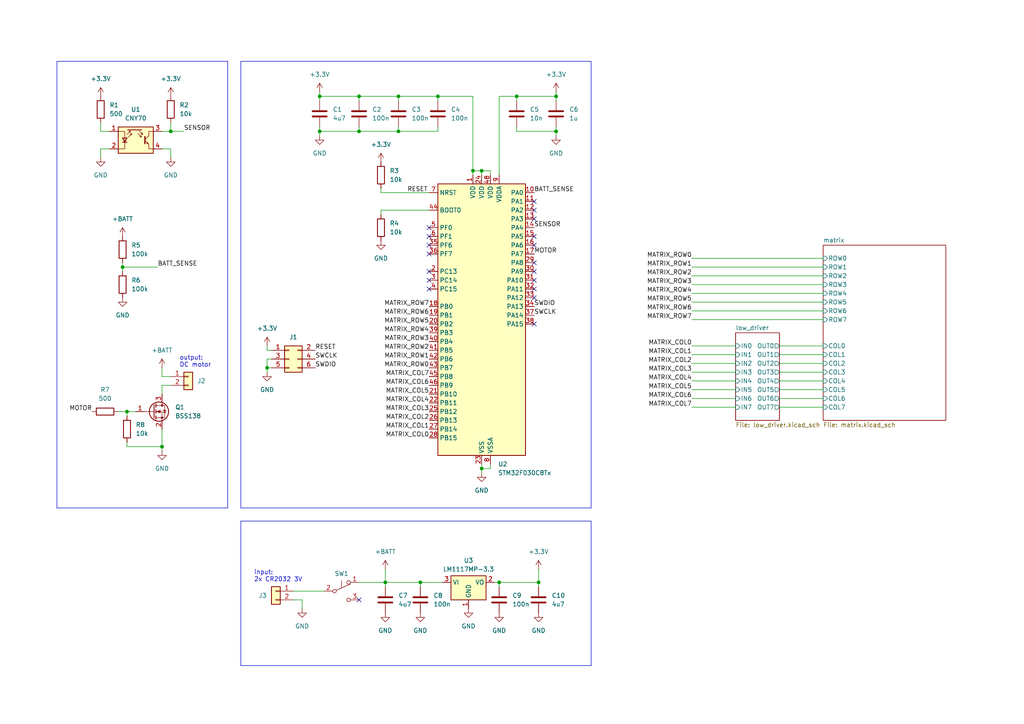
<source format=kicad_sch>
(kicad_sch (version 20230121) (generator eeschema)
  (paper "A4")
  (title_block (title "Volumetric Display") (date "2023-12-18") (rev "V1.0"))
  (lib_symbols
    (symbol "Connector_Generic:Conn_01x02" (pin_names (offset 1.016) hide)
      (property "Reference" "J" (at 0 2.54 0))
      (property "Value" "Conn_01x02" (at 0 -5.08 0))
      (symbol "Conn_01x02_1_1"
        (rectangle (start -1.27 -2.413) (end 0 -2.667) (stroke (width 0.1524)))
        (rectangle (start -1.27 0.127) (end 0 -0.127) (stroke (width 0.1524)))
        (rectangle (start -1.27 1.27) (end 1.27 -3.81) (stroke (width 0.254)) (fill (type background)))
        (pin passive line (at -5.08 0 0) (length 3.81) (name "Pin_1") (number "1"))
        (pin passive line (at -5.08 -2.54 0) (length 3.81) (name "Pin_2") (number "2"))
      )
    )
    (symbol "Connector_Generic:Conn_02x03_Odd_Even" (pin_names (offset 1.016) hide)
      (property "Reference" "J" (at 1.27 5.08 0))
      (property "Value" "Conn_02x03_Odd_Even" (at 1.27 -5.08 0))
      (symbol "Conn_02x03_Odd_Even_1_1"
        (rectangle (start -1.27 -2.413) (end 0 -2.667) (stroke (width 0.1524)))
        (rectangle (start -1.27 0.127) (end 0 -0.127) (stroke (width 0.1524)))
        (rectangle (start -1.27 2.667) (end 0 2.413) (stroke (width 0.1524)))
        (rectangle (start -1.27 3.81) (end 3.81 -3.81) (stroke (width 0.254)) (fill (type background)))
        (rectangle (start 3.81 -2.413) (end 2.54 -2.667) (stroke (width 0.1524)))
        (rectangle (start 3.81 0.127) (end 2.54 -0.127) (stroke (width 0.1524)))
        (rectangle (start 3.81 2.667) (end 2.54 2.413) (stroke (width 0.1524)))
        (pin passive line (at -5.08 2.54 0) (length 3.81) (name "Pin_1") (number "1"))
        (pin passive line (at 7.62 2.54 180) (length 3.81) (name "Pin_2") (number "2"))
        (pin passive line (at -5.08 0 0) (length 3.81) (name "Pin_3") (number "3"))
        (pin passive line (at 7.62 0 180) (length 3.81) (name "Pin_4") (number "4"))
        (pin passive line (at -5.08 -2.54 0) (length 3.81) (name "Pin_5") (number "5"))
        (pin passive line (at 7.62 -2.54 180) (length 3.81) (name "Pin_6") (number "6"))
      )
    )
    (symbol "Device:C" (pin_numbers hide) (pin_names (offset 0.254))
      (property "Reference" "C" (at 0.635 2.54 0))
      (property "Value" "C" (at 0.635 -2.54 0))
      (symbol "C_0_1"
        (polyline (pts (xy -2.032 -0.762) (xy 2.032 -0.762)) (stroke (width 0.508)))
        (polyline (pts (xy -2.032 0.762) (xy 2.032 0.762)) (stroke (width 0.508)))
      )
      (symbol "C_1_1"
        (pin passive line (at 0 3.81 270) (length 2.794) (name "~") (number "1"))
        (pin passive line (at 0 -3.81 90) (length 2.794) (name "~") (number "2"))
      )
    )
    (symbol "Device:R" (pin_numbers hide) (pin_names (offset 0))
      (property "Reference" "R" (at 2.032 0 90))
      (property "Value" "R" (at 0 0 90))
      (symbol "R_0_1"
        (rectangle (start -1.016 -2.54) (end 1.016 2.54) (stroke (width 0.254)))
      )
      (symbol "R_1_1"
        (pin passive line (at 0 3.81 270) (length 1.27) (name "~") (number "1"))
        (pin passive line (at 0 -3.81 90) (length 1.27) (name "~") (number "2"))
      )
    )
    (symbol "MCU_ST_STM32F0:STM32F030C8Tx"
      (property "Reference" "U" (at -12.7 41.91 0))
      (property "Value" "STM32F030C8Tx" (at 7.62 41.91 0))
      (symbol "STM32F030C8Tx_0_1"
        (rectangle (start -12.7 -38.1) (end 12.7 40.64) (stroke (width 0.254)) (fill (type background)))
      )
      (symbol "STM32F030C8Tx_1_1"
        (pin power_in line (at -2.54 43.18 270) (length 2.54) (name "VDD") (number "1"))
        (pin bidirectional line (at 15.24 38.1 180) (length 2.54) (name "PA0") (number "10"))
        (pin bidirectional line (at 15.24 35.56 180) (length 2.54) (name "PA1") (number "11"))
        (pin bidirectional line (at 15.24 33.02 180) (length 2.54) (name "PA2") (number "12"))
        (pin bidirectional line (at 15.24 30.48 180) (length 2.54) (name "PA3") (number "13"))
        (pin bidirectional line (at 15.24 27.94 180) (length 2.54) (name "PA4") (number "14"))
        (pin bidirectional line (at 15.24 25.4 180) (length 2.54) (name "PA5") (number "15"))
        (pin bidirectional line (at 15.24 22.86 180) (length 2.54) (name "PA6") (number "16"))
        (pin bidirectional line (at 15.24 20.32 180) (length 2.54) (name "PA7") (number "17"))
        (pin bidirectional line (at -15.24 5.08 0) (length 2.54) (name "PB0") (number "18"))
        (pin bidirectional line (at -15.24 2.54 0) (length 2.54) (name "PB1") (number "19"))
        (pin bidirectional line (at -15.24 15.24 0) (length 2.54) (name "PC13") (number "2"))
        (pin bidirectional line (at -15.24 0 0) (length 2.54) (name "PB2") (number "20"))
        (pin bidirectional line (at -15.24 -20.32 0) (length 2.54) (name "PB10") (number "21"))
        (pin bidirectional line (at -15.24 -22.86 0) (length 2.54) (name "PB11") (number "22"))
        (pin power_in line (at 0 -40.64 90) (length 2.54) (name "VSS") (number "23"))
        (pin power_in line (at 0 43.18 270) (length 2.54) (name "VDD") (number "24"))
        (pin bidirectional line (at -15.24 -25.4 0) (length 2.54) (name "PB12") (number "25"))
        (pin bidirectional line (at -15.24 -27.94 0) (length 2.54) (name "PB13") (number "26"))
        (pin bidirectional line (at -15.24 -30.48 0) (length 2.54) (name "PB14") (number "27"))
        (pin bidirectional line (at -15.24 -33.02 0) (length 2.54) (name "PB15") (number "28"))
        (pin bidirectional line (at 15.24 17.78 180) (length 2.54) (name "PA8") (number "29"))
        (pin bidirectional line (at -15.24 12.7 0) (length 2.54) (name "PC14") (number "3"))
        (pin bidirectional line (at 15.24 15.24 180) (length 2.54) (name "PA9") (number "30"))
        (pin bidirectional line (at 15.24 12.7 180) (length 2.54) (name "PA10") (number "31"))
        (pin bidirectional line (at 15.24 10.16 180) (length 2.54) (name "PA11") (number "32"))
        (pin bidirectional line (at 15.24 7.62 180) (length 2.54) (name "PA12") (number "33"))
        (pin bidirectional line (at 15.24 5.08 180) (length 2.54) (name "PA13") (number "34"))
        (pin bidirectional line (at -15.24 22.86 0) (length 2.54) (name "PF6") (number "35"))
        (pin bidirectional line (at -15.24 20.32 0) (length 2.54) (name "PF7") (number "36"))
        (pin bidirectional line (at 15.24 2.54 180) (length 2.54) (name "PA14") (number "37"))
        (pin bidirectional line (at 15.24 0 180) (length 2.54) (name "PA15") (number "38"))
        (pin bidirectional line (at -15.24 -2.54 0) (length 2.54) (name "PB3") (number "39"))
        (pin bidirectional line (at -15.24 10.16 0) (length 2.54) (name "PC15") (number "4"))
        (pin bidirectional line (at -15.24 -5.08 0) (length 2.54) (name "PB4") (number "40"))
        (pin bidirectional line (at -15.24 -7.62 0) (length 2.54) (name "PB5") (number "41"))
        (pin bidirectional line (at -15.24 -10.16 0) (length 2.54) (name "PB6") (number "42"))
        (pin bidirectional line (at -15.24 -12.7 0) (length 2.54) (name "PB7") (number "43"))
        (pin input line (at -15.24 33.02 0) (length 2.54) (name "BOOT0") (number "44"))
        (pin bidirectional line (at -15.24 -15.24 0) (length 2.54) (name "PB8") (number "45"))
        (pin bidirectional line (at -15.24 -17.78 0) (length 2.54) (name "PB9") (number "46"))
        (pin passive line (at 0 -40.64 90) (length 2.54) hide (name "VSS") (number "47"))
        (pin power_in line (at 2.54 43.18 270) (length 2.54) (name "VDD") (number "48"))
        (pin bidirectional line (at -15.24 27.94 0) (length 2.54) (name "PF0") (number "5"))
        (pin bidirectional line (at -15.24 25.4 0) (length 2.54) (name "PF1") (number "6"))
        (pin input line (at -15.24 38.1 0) (length 2.54) (name "NRST") (number "7"))
        (pin power_in line (at 2.54 -40.64 90) (length 2.54) (name "VSSA") (number "8"))
        (pin power_in line (at 5.08 43.18 270) (length 2.54) (name "VDDA") (number "9"))
      )
    )
    (symbol "Regulator_Linear:LM1117MP-3.3"
      (property "Reference" "U" (at -3.81 3.175 0))
      (property "Value" "LM1117MP-3.3" (at 0 3.175 0))
      (symbol "LM1117MP-3.3_0_1"
        (rectangle (start -5.08 -5.08) (end 5.08 1.905) (stroke (width 0.254)) (fill (type background)))
      )
      (symbol "LM1117MP-3.3_1_1"
        (pin power_in line (at 0 -7.62 90) (length 2.54) (name "GND") (number "1"))
        (pin power_out line (at 7.62 0 180) (length 2.54) (name "VO") (number "2"))
        (pin power_in line (at -7.62 0 0) (length 2.54) (name "VI") (number "3"))
      )
    )
    (symbol "Sensor_Proximity:CNY70" (pin_names (offset 1.016) hide)
      (property "Reference" "U" (at -5.08 5.08 0))
      (property "Value" "CNY70" (at 5.08 5.08 0))
      (symbol "CNY70_0_1"
        (polyline (pts (xy -3.81 -0.635) (xy -2.54 -0.635)) (stroke (width 0.254)))
        (polyline (pts (xy -2.286 2.921) (xy -2.032 3.175)))
        (polyline (pts (xy -1.778 2.921) (xy -1.524 3.175)))
        (polyline (pts (xy -1.524 2.667) (xy -1.651 2.159)))
        (polyline (pts (xy -1.27 2.921) (xy -1.016 3.175)))
        (polyline (pts (xy -1.143 1.905) (xy -1.27 1.397)))
        (polyline (pts (xy -0.762 2.921) (xy -0.508 3.175)))
        (polyline (pts (xy -0.254 2.921) (xy 0 3.175)))
        (polyline (pts (xy 0.254 2.921) (xy 0.508 3.175)))
        (polyline (pts (xy 0.762 2.921) (xy 1.016 3.175)))
        (polyline (pts (xy 1.27 2.921) (xy 1.524 3.175)))
        (polyline (pts (xy 1.651 0.889) (xy 1.143 1.016)))
        (polyline (pts (xy 1.778 2.921) (xy -2.413 2.921)))
        (polyline (pts (xy 2.032 1.651) (xy 1.524 1.778)))
        (polyline (pts (xy 2.667 -0.127) (xy 3.81 -1.27)))
        (polyline (pts (xy 2.667 0.127) (xy 3.81 1.27)))
        (polyline (pts (xy -2.54 1.651) (xy -1.524 2.667) (xy -2.032 2.54)))
        (polyline (pts (xy -2.159 0.889) (xy -1.143 1.905) (xy -1.651 1.778)))
        (polyline (pts (xy 0.635 1.905) (xy 1.651 0.889) (xy 1.524 1.397)))
        (polyline (pts (xy 1.016 2.667) (xy 2.032 1.651) (xy 1.905 2.159)))
        (polyline (pts (xy 2.667 1.016) (xy 2.667 -1.016) (xy 2.667 -1.016)) (stroke (width 0.3556)))
        (polyline (pts (xy 3.81 -1.27) (xy 3.81 -2.54) (xy 5.08 -2.54)))
        (polyline (pts (xy 3.81 1.27) (xy 3.81 2.54) (xy 5.08 2.54)))
        (polyline (pts (xy -5.08 -2.54) (xy -3.175 -2.54) (xy -3.175 2.54) (xy -5.08 2.54)))
        (polyline (pts (xy -3.175 -0.635) (xy -3.81 0.635) (xy -2.54 0.635) (xy -3.175 -0.635)) (stroke (width 0.254)))
        (polyline (pts (xy 3.683 -1.143) (xy 3.429 -0.635) (xy 3.175 -0.889) (xy 3.683 -1.143)))
        (polyline (pts (xy -5.08 -3.81) (xy 5.08 -3.81) (xy 5.08 3.81) (xy -5.08 3.81) (xy -5.08 -3.81)) (stroke (width 0.254)) (fill (type background)))
      )
      (symbol "CNY70_1_1"
        (pin passive line (at -7.62 2.54 0) (length 2.54) (name "A") (number "1"))
        (pin passive line (at -7.62 -2.54 0) (length 2.54) (name "K") (number "2"))
        (pin open_collector line (at 7.62 2.54 180) (length 2.54) (name "C") (number "3"))
        (pin open_emitter line (at 7.62 -2.54 180) (length 2.54) (name "E") (number "4"))
      )
    )
    (symbol "Switch:SW_Push_SPDT" (pin_names (offset 0) hide)
      (property "Reference" "SW" (at 0 4.318 0))
      (property "Value" "SW_Push_SPDT" (at 0 -5.08 0))
      (symbol "SW_Push_SPDT_0_0"
        (circle (center -2.032 0) (radius 0.508))
        (polyline (pts (xy 0 1.016) (xy 0 3.048)))
        (circle (center 2.032 -2.54) (radius 0.508))
      )
      (symbol "SW_Push_SPDT_0_1"
        (polyline (pts (xy -1.524 0.254) (xy 2.54 2.032)))
        (circle (center 2.032 2.54) (radius 0.508))
      )
      (symbol "SW_Push_SPDT_1_1"
        (pin passive line (at 5.08 2.54 180) (length 2.54) (name "A") (number "1"))
        (pin passive line (at -5.08 0 0) (length 2.54) (name "B") (number "2"))
        (pin passive line (at 5.08 -2.54 180) (length 2.54) (name "C") (number "3"))
      )
    )
    (symbol "Transistor_FET:BSS138" (pin_names hide)
      (property "Reference" "Q" (at 5.08 1.905 0))
      (property "Value" "BSS138" (at 5.08 0 0))
      (symbol "BSS138_0_1"
        (polyline (pts (xy 0.254 0) (xy -2.54 0)))
        (polyline (pts (xy 0.254 1.905) (xy 0.254 -1.905)) (stroke (width 0.254)))
        (polyline (pts (xy 0.762 -1.27) (xy 0.762 -2.286)) (stroke (width 0.254)))
        (polyline (pts (xy 0.762 0.508) (xy 0.762 -0.508)) (stroke (width 0.254)))
        (polyline (pts (xy 0.762 2.286) (xy 0.762 1.27)) (stroke (width 0.254)))
        (polyline (pts (xy 2.54 2.54) (xy 2.54 1.778)))
        (polyline (pts (xy 2.54 -2.54) (xy 2.54 0) (xy 0.762 0)))
        (polyline (pts (xy 0.762 -1.778) (xy 3.302 -1.778) (xy 3.302 1.778) (xy 0.762 1.778)))
        (polyline (pts (xy 1.016 0) (xy 2.032 0.381) (xy 2.032 -0.381) (xy 1.016 0)) (fill (type outline)))
        (polyline (pts (xy 2.794 0.508) (xy 2.921 0.381) (xy 3.683 0.381) (xy 3.81 0.254)))
        (polyline (pts (xy 3.302 0.381) (xy 2.921 -0.254) (xy 3.683 -0.254) (xy 3.302 0.381)))
        (circle (center 1.651 0) (radius 2.794) (stroke (width 0.254)))
        (circle (center 2.54 -1.778) (radius 0.254) (fill (type outline)))
        (circle (center 2.54 1.778) (radius 0.254) (fill (type outline)))
      )
      (symbol "BSS138_1_1"
        (pin input line (at -5.08 0 0) (length 2.54) (name "G") (number "1"))
        (pin passive line (at 2.54 -5.08 90) (length 2.54) (name "S") (number "2"))
        (pin passive line (at 2.54 5.08 270) (length 2.54) (name "D") (number "3"))
      )
    )
    (symbol "power:+3.3V" (power) (pin_names (offset 0))
      (property "Value" "+3.3V" (at 0 3.556 0))
      (symbol "+3.3V_0_1"
        (polyline (pts (xy -0.762 1.27) (xy 0 2.54)))
        (polyline (pts (xy 0 0) (xy 0 2.54)))
        (polyline (pts (xy 0 2.54) (xy 0.762 1.27)))
      )
      (symbol "+3.3V_1_1"
        (pin power_in line (at 0 0 90) (length 0) hide (name "+3.3V") (number "1"))
      )
    )
    (symbol "power:+BATT" (power) (pin_names (offset 0))
      (property "Value" "+BATT" (at 0 3.556 0))
      (symbol "+BATT_0_1"
        (polyline (pts (xy -0.762 1.27) (xy 0 2.54)))
        (polyline (pts (xy 0 0) (xy 0 2.54)))
        (polyline (pts (xy 0 2.54) (xy 0.762 1.27)))
      )
      (symbol "+BATT_1_1"
        (pin power_in line (at 0 0 90) (length 0) hide (name "+BATT") (number "1"))
      )
    )
    (symbol "power:GND" (power) (pin_names (offset 0))
      (property "Value" "GND" (at 0 -3.81 0))
      (symbol "GND_0_1"
        (polyline (pts (xy 0 0) (xy 0 -1.27) (xy 1.27 -1.27) (xy 0 -2.54) (xy -1.27 -1.27) (xy 0 -1.27)))
      )
      (symbol "GND_1_1"
        (pin power_in line (at 0 0 270) (length 0) hide (name "GND") (number "1"))
      )
    )
  )
  (junction (at 77.47 106.68))
  (junction (at 137.16 49.53))
  (junction (at 156.21 168.91))
  (junction (at 111.76 168.91))
  (junction (at 149.86 27.94))
  (junction (at 92.71 38.1))
  (junction (at 139.7 49.53))
  (junction (at 139.7 135.89))
  (junction (at 104.14 38.1))
  (junction (at 115.57 27.94))
  (junction (at 35.56 77.47))
  (junction (at 46.99 129.54))
  (junction (at 121.92 168.91))
  (junction (at 92.71 27.94))
  (junction (at 104.14 27.94))
  (junction (at 161.29 27.94))
  (junction (at 36.83 119.38))
  (junction (at 144.78 168.91))
  (junction (at 161.29 38.1))
  (junction (at 115.57 38.1))
  (junction (at 127 27.94))
  (junction (at 49.53 38.1))
  (no_connect (at 154.94 83.82))
  (no_connect (at 154.94 60.96))
  (no_connect (at 124.46 68.58))
  (no_connect (at 124.46 73.66))
  (no_connect (at 154.94 86.36))
  (no_connect (at 124.46 81.28))
  (no_connect (at 124.46 66.04))
  (no_connect (at 154.94 71.12))
  (no_connect (at 154.94 76.2))
  (no_connect (at 154.94 58.42))
  (no_connect (at 154.94 78.74))
  (no_connect (at 154.94 68.58))
  (no_connect (at 104.14 173.99))
  (no_connect (at 154.94 63.5))
  (no_connect (at 124.46 78.74))
  (no_connect (at 154.94 81.28))
  (no_connect (at 124.46 71.12))
  (no_connect (at 124.46 83.82))
  (no_connect (at 154.94 93.98))
  (wire (pts (xy 200.66 105.41) (xy 213.36 105.41)))
  (wire (pts (xy 137.16 27.94) (xy 137.16 49.53)))
  (wire (pts (xy 226.06 102.87) (xy 238.76 102.87)))
  (wire (pts (xy 127 38.1) (xy 115.57 38.1)))
  (wire (pts (xy 127 27.94) (xy 137.16 27.94)))
  (wire (pts (xy 35.56 76.2) (xy 35.56 77.47)))
  (wire (pts (xy 29.21 38.1) (xy 31.75 38.1)))
  (polyline (pts (xy 16.51 147.32) (xy 66.04 147.32)))
  (wire (pts (xy 200.66 118.11) (xy 213.36 118.11)))
  (wire (pts (xy 200.66 102.87) (xy 213.36 102.87)))
  (wire (pts (xy 77.47 101.6) (xy 78.74 101.6)))
  (wire (pts (xy 127 27.94) (xy 127 29.21)))
  (wire (pts (xy 200.66 107.95) (xy 213.36 107.95)))
  (wire (pts (xy 92.71 27.94) (xy 104.14 27.94)))
  (polyline (pts (xy 69.85 193.04) (xy 171.45 193.04)))
  (wire (pts (xy 46.99 111.76) (xy 46.99 114.3)))
  (wire (pts (xy 29.21 43.18) (xy 31.75 43.18)))
  (wire (pts (xy 49.53 38.1) (xy 53.34 38.1)))
  (wire (pts (xy 200.66 100.33) (xy 213.36 100.33)))
  (wire (pts (xy 161.29 26.67) (xy 161.29 27.94)))
  (wire (pts (xy 161.29 38.1) (xy 149.86 38.1)))
  (wire (pts (xy 226.06 110.49) (xy 238.76 110.49)))
  (polyline (pts (xy 66.04 17.78) (xy 16.51 17.78)))
  (wire (pts (xy 92.71 38.1) (xy 92.71 39.37)))
  (wire (pts (xy 139.7 135.89) (xy 142.24 135.89)))
  (wire (pts (xy 149.86 27.94) (xy 161.29 27.94)))
  (wire (pts (xy 142.24 135.89) (xy 142.24 134.62)))
  (wire (pts (xy 121.92 168.91) (xy 121.92 170.18)))
  (wire (pts (xy 139.7 135.89) (xy 139.7 137.16)))
  (wire (pts (xy 85.09 171.45) (xy 93.98 171.45)))
  (wire (pts (xy 226.06 115.57) (xy 238.76 115.57)))
  (wire (pts (xy 104.14 168.91) (xy 111.76 168.91)))
  (wire (pts (xy 161.29 27.94) (xy 161.29 29.21)))
  (polyline (pts (xy 171.45 147.32) (xy 69.85 147.32)))
  (wire (pts (xy 200.66 82.55) (xy 238.76 82.55)))
  (wire (pts (xy 226.06 107.95) (xy 238.76 107.95)))
  (wire (pts (xy 92.71 38.1) (xy 92.71 36.83)))
  (wire (pts (xy 124.46 55.88) (xy 110.49 55.88)))
  (wire (pts (xy 104.14 38.1) (xy 92.71 38.1)))
  (wire (pts (xy 77.47 100.33) (xy 77.47 101.6)))
  (wire (pts (xy 104.14 38.1) (xy 115.57 38.1)))
  (wire (pts (xy 226.06 113.03) (xy 238.76 113.03)))
  (wire (pts (xy 161.29 36.83) (xy 161.29 38.1)))
  (polyline (pts (xy 69.85 151.13) (xy 69.85 193.04)))
  (wire (pts (xy 77.47 106.68) (xy 78.74 106.68)))
  (wire (pts (xy 46.99 106.68) (xy 46.99 109.22)))
  (wire (pts (xy 161.29 38.1) (xy 161.29 39.37)))
  (wire (pts (xy 77.47 104.14) (xy 78.74 104.14)))
  (wire (pts (xy 111.76 168.91) (xy 121.92 168.91)))
  (wire (pts (xy 144.78 168.91) (xy 144.78 170.18)))
  (wire (pts (xy 142.24 49.53) (xy 142.24 50.8)))
  (wire (pts (xy 200.66 87.63) (xy 238.76 87.63)))
  (wire (pts (xy 200.66 92.71) (xy 238.76 92.71)))
  (wire (pts (xy 46.99 124.46) (xy 46.99 129.54)))
  (wire (pts (xy 200.66 113.03) (xy 213.36 113.03)))
  (wire (pts (xy 104.14 27.94) (xy 115.57 27.94)))
  (wire (pts (xy 149.86 29.21) (xy 149.86 27.94)))
  (polyline (pts (xy 69.85 151.13) (xy 171.45 151.13)))
  (wire (pts (xy 115.57 38.1) (xy 115.57 36.83)))
  (wire (pts (xy 144.78 27.94) (xy 149.86 27.94)))
  (wire (pts (xy 127 36.83) (xy 127 38.1)))
  (wire (pts (xy 200.66 115.57) (xy 213.36 115.57)))
  (wire (pts (xy 115.57 27.94) (xy 115.57 29.21)))
  (wire (pts (xy 137.16 49.53) (xy 137.16 50.8)))
  (wire (pts (xy 36.83 119.38) (xy 39.37 119.38)))
  (wire (pts (xy 143.51 168.91) (xy 144.78 168.91)))
  (wire (pts (xy 36.83 120.65) (xy 36.83 119.38)))
  (wire (pts (xy 46.99 43.18) (xy 49.53 43.18)))
  (wire (pts (xy 156.21 168.91) (xy 156.21 165.1)))
  (wire (pts (xy 46.99 38.1) (xy 49.53 38.1)))
  (wire (pts (xy 121.92 168.91) (xy 128.27 168.91)))
  (wire (pts (xy 156.21 168.91) (xy 156.21 170.18)))
  (polyline (pts (xy 171.45 193.04) (xy 171.45 151.13)))
  (wire (pts (xy 111.76 165.1) (xy 111.76 168.91)))
  (wire (pts (xy 49.53 35.56) (xy 49.53 38.1)))
  (wire (pts (xy 124.46 60.96) (xy 110.49 60.96)))
  (wire (pts (xy 200.66 74.93) (xy 238.76 74.93)))
  (wire (pts (xy 77.47 107.95) (xy 77.47 106.68)))
  (wire (pts (xy 149.86 38.1) (xy 149.86 36.83)))
  (wire (pts (xy 29.21 45.72) (xy 29.21 43.18)))
  (wire (pts (xy 36.83 129.54) (xy 36.83 128.27)))
  (wire (pts (xy 144.78 168.91) (xy 156.21 168.91)))
  (polyline (pts (xy 16.51 17.78) (xy 16.51 147.32)))
  (wire (pts (xy 104.14 27.94) (xy 104.14 29.21)))
  (wire (pts (xy 104.14 36.83) (xy 104.14 38.1)))
  (wire (pts (xy 36.83 129.54) (xy 46.99 129.54)))
  (wire (pts (xy 92.71 26.67) (xy 92.71 27.94)))
  (wire (pts (xy 139.7 49.53) (xy 142.24 49.53)))
  (wire (pts (xy 46.99 109.22) (xy 49.53 109.22)))
  (wire (pts (xy 110.49 60.96) (xy 110.49 62.23)))
  (wire (pts (xy 137.16 49.53) (xy 139.7 49.53)))
  (wire (pts (xy 144.78 50.8) (xy 144.78 27.94)))
  (wire (pts (xy 29.21 35.56) (xy 29.21 38.1)))
  (wire (pts (xy 35.56 77.47) (xy 35.56 78.74)))
  (polyline (pts (xy 69.85 17.78) (xy 171.45 17.78)))
  (wire (pts (xy 46.99 130.81) (xy 46.99 129.54)))
  (wire (pts (xy 200.66 77.47) (xy 238.76 77.47)))
  (wire (pts (xy 77.47 106.68) (xy 77.47 104.14)))
  (wire (pts (xy 139.7 134.62) (xy 139.7 135.89)))
  (wire (pts (xy 49.53 43.18) (xy 49.53 45.72)))
  (wire (pts (xy 115.57 27.94) (xy 127 27.94)))
  (wire (pts (xy 200.66 90.17) (xy 238.76 90.17)))
  (wire (pts (xy 34.29 119.38) (xy 36.83 119.38)))
  (polyline (pts (xy 66.04 147.32) (xy 66.04 17.78)))
  (wire (pts (xy 200.66 110.49) (xy 213.36 110.49)))
  (wire (pts (xy 111.76 168.91) (xy 111.76 170.18)))
  (wire (pts (xy 49.53 111.76) (xy 46.99 111.76)))
  (wire (pts (xy 226.06 105.41) (xy 238.76 105.41)))
  (wire (pts (xy 87.63 173.99) (xy 87.63 176.53)))
  (wire (pts (xy 92.71 29.21) (xy 92.71 27.94)))
  (wire (pts (xy 139.7 49.53) (xy 139.7 50.8)))
  (wire (pts (xy 200.66 85.09) (xy 238.76 85.09)))
  (wire (pts (xy 226.06 100.33) (xy 238.76 100.33)))
  (wire (pts (xy 110.49 55.88) (xy 110.49 54.61)))
  (wire (pts (xy 200.66 80.01) (xy 238.76 80.01)))
  (polyline (pts (xy 69.85 147.32) (xy 69.85 17.78)))
  (polyline (pts (xy 171.45 17.78) (xy 171.45 147.32)))
  (wire (pts (xy 226.06 118.11) (xy 238.76 118.11)))
  (wire (pts (xy 85.09 173.99) (xy 87.63 173.99)))
  (wire (pts (xy 35.56 77.47) (xy 45.72 77.47)))
  (text "output:\nDC motor\n" (at 52.07 106.68 0) (effects (font (size 1.27 1.27)) (justify left bottom)))
  (text "input:\n2x CR2032 3V" (at 73.66 168.91 0) (effects (font (size 1.27 1.27)) (justify left bottom)))
  (label "MATRIX_ROW0" (at 200.66 74.93 180))
  (label "MATRIX_COL5" (at 124.46 114.3 180))
  (label "MOTOR" (at 154.94 73.66 0))
  (label "MATRIX_ROW7" (at 124.46 88.9 180))
  (label "SWDIO" (at 154.94 88.9 0))
  (label "MATRIX_COL7" (at 124.46 109.22 180))
  (label "MATRIX_ROW1" (at 200.66 77.47 180))
  (label "MATRIX_COL4" (at 124.46 116.84 180))
  (label "MATRIX_COL7" (at 200.66 118.11 180))
  (label "MATRIX_ROW4" (at 124.46 96.52 180))
  (label "SENSOR" (at 154.94 66.04 0))
  (label "MATRIX_ROW2" (at 200.66 80.01 180))
  (label "MATRIX_ROW5" (at 200.66 87.63 180))
  (label "MOTOR" (at 26.67 119.38 180))
  (label "MATRIX_COL1" (at 124.46 124.46 180))
  (label "BATT_SENSE" (at 154.94 55.88 0))
  (label "MATRIX_ROW6" (at 124.46 91.44 180))
  (label "MATRIX_ROW1" (at 124.46 104.14 180))
  (label "MATRIX_ROW3" (at 124.46 99.06 180))
  (label "MATRIX_COL3" (at 200.66 107.95 180))
  (label "RESET" (at 91.44 101.6 0))
  (label "MATRIX_COL1" (at 200.66 102.87 180))
  (label "SWDIO" (at 91.44 106.68 0))
  (label "MATRIX_ROW2" (at 124.46 101.6 180))
  (label "MATRIX_COL6" (at 200.66 115.57 180))
  (label "MATRIX_COL0" (at 200.66 100.33 180))
  (label "MATRIX_ROW5" (at 124.46 93.98 180))
  (label "MATRIX_ROW7" (at 200.66 92.71 180))
  (label "MATRIX_COL2" (at 124.46 121.92 180))
  (label "SWCLK" (at 154.94 91.44 0))
  (label "SENSOR" (at 53.34 38.1 0))
  (label "MATRIX_ROW0" (at 124.46 106.68 180))
  (label "MATRIX_COL3" (at 124.46 119.38 180))
  (label "SWCLK" (at 91.44 104.14 0))
  (label "MATRIX_COL2" (at 200.66 105.41 180))
  (label "MATRIX_COL6" (at 124.46 111.76 180))
  (label "MATRIX_COL4" (at 200.66 110.49 180))
  (label "RESET" (at 118.11 55.88 0))
  (label "BATT_SENSE" (at 45.72 77.47 0))
  (label "MATRIX_COL0" (at 124.46 127 180))
  (label "MATRIX_ROW6" (at 200.66 90.17 180))
  (label "MATRIX_ROW4" (at 200.66 85.09 180))
  (label "MATRIX_ROW3" (at 200.66 82.55 180))
  (label "MATRIX_COL5" (at 200.66 113.03 180))
  (symbol (lib_id "power:GND") (at 121.92 177.8 0) (unit 1)
    (property "Reference" "#PWR023" (effects hide))
    (property "Value" "GND" (at 121.92 182.88 0))
  )
  (symbol (lib_id "Device:R") (at 35.56 82.55 0) (unit 1)
    (property "Reference" "R6" (at 38.1 81.28 0) (effects (justify left)))
    (property "Value" "100k" (at 38.1 83.82 0) (effects (justify left)))
    (property "Footprint" "Resistor_SMD:R_0603_1608Metric" (effects hide))
  )
  (symbol (lib_id "Device:C") (at 92.71 33.02 0) (unit 1)
    (property "Reference" "C1" (at 96.52 31.75 0) (effects (justify left)))
    (property "Value" "4u7" (at 96.52 34.29 0) (effects (justify left)))
    (property "Footprint" "Capacitor_SMD:C_0603_1608Metric" (effects hide))
  )
  (symbol (lib_id "power:GND") (at 46.99 130.81 0) (unit 1)
    (property "Reference" "#PWR016" (effects hide))
    (property "Value" "GND" (at 46.99 135.89 0))
  )
  (symbol (lib_id "Transistor_FET:BSS138") (at 44.45 119.38 0) (unit 1)
    (property "Reference" "Q1" (at 50.8 118.11 0) (effects (justify left)))
    (property "Value" "BSS138" (at 50.8 120.65 0) (effects (justify left)))
    (property "Footprint" "Package_TO_SOT_SMD:SOT-23" (effects hide))
    (property "Datasheet" "https://www.onsemi.com/pub/Collateral/BSS138-D.PDF" (effects hide))
  )
  (symbol (lib_id "Connector_Generic:Conn_01x02") (at 80.01 171.45 0) (mirror y) (unit 1)
    (property "Reference" "J3" (at 76.2 172.72 0))
    (property "Value" "Conn_01x02" (effects hide))
    (property "Footprint" "Connector_PinHeader_2.54mm:PinHeader_1x02_P2.54mm_Vertical" (effects hide))
  )
  (symbol (lib_id "power:+3.3V") (at 110.49 46.99 0) (unit 1)
    (property "Reference" "#PWR09" (effects hide))
    (property "Value" "+3.3V" (at 110.49 41.91 0))
  )
  (symbol (lib_id "Device:C") (at 115.57 33.02 0) (unit 1)
    (property "Reference" "C3" (at 119.38 31.75 0) (effects (justify left)))
    (property "Value" "100n" (at 119.38 34.29 0) (effects (justify left)))
    (property "Footprint" "Capacitor_SMD:C_0603_1608Metric" (effects hide))
  )
  (symbol (lib_id "power:GND") (at 144.78 177.8 0) (unit 1)
    (property "Reference" "#PWR024" (effects hide))
    (property "Value" "GND" (at 144.78 182.88 0))
  )
  (symbol (lib_id "power:+3.3V") (at 92.71 26.67 0) (unit 1)
    (property "Reference" "#PWR01" (effects hide))
    (property "Value" "+3.3V" (at 92.71 21.59 0))
  )
  (symbol (lib_id "Device:R") (at 110.49 50.8 180) (unit 1)
    (property "Reference" "R3" (at 113.03 49.53 0) (effects (justify right)))
    (property "Value" "10k" (at 113.03 52.07 0) (effects (justify right)))
    (property "Footprint" "Resistor_SMD:R_0603_1608Metric" (effects hide))
  )
  (symbol (lib_id "Device:C") (at 156.21 173.99 0) (unit 1)
    (property "Reference" "C10" (at 160.02 172.72 0) (effects (justify left)))
    (property "Value" "4u7" (at 160.02 175.26 0) (effects (justify left)))
    (property "Footprint" "Capacitor_SMD:C_0603_1608Metric" (effects hide))
  )
  (symbol (lib_id "power:GND") (at 156.21 177.8 0) (unit 1)
    (property "Reference" "#PWR025" (effects hide))
    (property "Value" "GND" (at 156.21 182.88 0))
  )
  (symbol (lib_id "Connector_Generic:Conn_01x02") (at 54.61 109.22 0) (unit 1)
    (property "Reference" "J2" (at 58.42 110.49 0))
    (property "Value" "Conn_01x02" (effects hide))
    (property "Footprint" "Connector_PinHeader_2.54mm:PinHeader_1x02_P2.54mm_Vertical" (effects hide))
  )
  (symbol (lib_id "power:GND") (at 161.29 39.37 0) (unit 1)
    (property "Reference" "#PWR06" (effects hide))
    (property "Value" "GND" (at 161.29 44.45 0))
  )
  (symbol (lib_id "Device:R") (at 29.21 31.75 0) (unit 1)
    (property "Reference" "R1" (at 31.75 30.48 0) (effects (justify left)))
    (property "Value" "500" (at 31.75 33.02 0) (effects (justify left)))
    (property "Footprint" "Resistor_SMD:R_0603_1608Metric" (effects hide))
  )
  (symbol (lib_id "power:GND") (at 87.63 176.53 0) (unit 1)
    (property "Reference" "#PWR020" (effects hide))
    (property "Value" "GND" (at 87.63 181.61 0))
  )
  (symbol (lib_id "Device:R") (at 110.49 66.04 180) (unit 1)
    (property "Reference" "R4" (at 113.03 64.77 0) (effects (justify right)))
    (property "Value" "10k" (at 113.03 67.31 0) (effects (justify right)))
    (property "Footprint" "Resistor_SMD:R_0603_1608Metric" (effects hide))
  )
  (symbol (lib_id "power:+BATT") (at 111.76 165.1 0) (unit 1)
    (property "Reference" "#PWR018" (effects hide))
    (property "Value" "+BATT" (at 111.76 160.02 0))
  )
  (symbol (lib_id "power:GND") (at 139.7 137.16 0) (unit 1)
    (property "Reference" "#PWR017" (effects hide))
    (property "Value" "GND" (at 139.7 142.24 0))
  )
  (symbol (lib_id "MCU_ST_STM32F0:STM32F030C8Tx") (at 139.7 93.98 0) (unit 1)
    (property "Reference" "U2" (at 144.4341 134.62 0) (effects (justify left)))
    (property "Value" "STM32F030C8Tx" (at 144.4341 137.16 0) (effects (justify left)))
    (property "Footprint" "Package_QFP:LQFP-48_7x7mm_P0.5mm" (effects hide))
    (property "Datasheet" "https://www.st.com/resource/en/datasheet/stm32f030c8.pdf" (effects hide))
  )
  (symbol (lib_id "power:GND") (at 49.53 45.72 0) (unit 1)
    (property "Reference" "#PWR08" (effects hide))
    (property "Value" "GND" (at 49.53 50.8 0))
  )
  (symbol (lib_id "Device:C") (at 144.78 173.99 0) (unit 1)
    (property "Reference" "C9" (at 148.59 172.72 0) (effects (justify left)))
    (property "Value" "100n" (at 148.59 175.26 0) (effects (justify left)))
    (property "Footprint" "Capacitor_SMD:C_0603_1608Metric" (effects hide))
  )
  (symbol (lib_id "Sensor_Proximity:CNY70") (at 39.37 40.64 0) (unit 1)
    (property "Reference" "U1" (at 39.37 31.75 0))
    (property "Value" "CNY70" (at 39.37 34.29 0))
    (property "Footprint" "OptoDevice:Vishay_CNY70" (effects hide))
    (property "Datasheet" "https://www.vishay.com/docs/83751/cny70.pdf" (effects hide))
  )
  (symbol (lib_id "Switch:SW_Push_SPDT") (at 99.06 171.45 0) (unit 1)
    (property "Reference" "SW1" (at 99.06 166.37 0))
    (property "Value" "SW_Push_SPDT" (effects hide))
    (property "Footprint" "Connector_PinHeader_2.54mm:PinHeader_1x03_P2.54mm_Vertical" (effects hide))
  )
  (symbol (lib_id "power:+BATT") (at 46.99 106.68 0) (unit 1)
    (property "Reference" "#PWR014" (effects hide))
    (property "Value" "+BATT" (at 46.99 101.6 0))
  )
  (symbol (lib_id "power:+3.3V") (at 29.21 27.94 0) (unit 1)
    (property "Reference" "#PWR03" (effects hide))
    (property "Value" "+3.3V" (at 29.21 22.86 0))
  )
  (symbol (lib_id "Device:C") (at 111.76 173.99 0) (unit 1)
    (property "Reference" "C7" (at 115.57 172.72 0) (effects (justify left)))
    (property "Value" "4u7" (at 115.57 175.26 0) (effects (justify left)))
    (property "Footprint" "Capacitor_SMD:C_0603_1608Metric" (effects hide))
  )
  (symbol (lib_id "power:GND") (at 110.49 69.85 0) (unit 1)
    (property "Reference" "#PWR011" (effects hide))
    (property "Value" "GND" (at 110.49 74.93 0))
  )
  (symbol (lib_id "power:+3.3V") (at 156.21 165.1 0) (unit 1)
    (property "Reference" "#PWR019" (effects hide))
    (property "Value" "+3.3V" (at 156.21 160.02 0))
  )
  (symbol (lib_id "Device:C") (at 127 33.02 0) (unit 1)
    (property "Reference" "C4" (at 130.81 31.75 0) (effects (justify left)))
    (property "Value" "100n" (at 130.81 34.29 0) (effects (justify left)))
    (property "Footprint" "Capacitor_SMD:C_0603_1608Metric" (effects hide))
  )
  (symbol (lib_id "Device:R") (at 36.83 124.46 0) (unit 1)
    (property "Reference" "R8" (at 39.37 123.19 0) (effects (justify left)))
    (property "Value" "10k" (at 39.37 125.73 0) (effects (justify left)))
    (property "Footprint" "Resistor_SMD:R_0603_1608Metric" (effects hide))
  )
  (symbol (lib_id "Device:R") (at 49.53 31.75 0) (unit 1)
    (property "Reference" "R2" (at 52.07 30.48 0) (effects (justify left)))
    (property "Value" "10k" (at 52.07 33.02 0) (effects (justify left)))
    (property "Footprint" "Resistor_SMD:R_0603_1608Metric" (effects hide))
  )
  (symbol (lib_id "power:GND") (at 111.76 177.8 0) (unit 1)
    (property "Reference" "#PWR022" (effects hide))
    (property "Value" "GND" (at 111.76 182.88 0))
  )
  (symbol (lib_id "power:+3.3V") (at 161.29 26.67 0) (unit 1)
    (property "Reference" "#PWR02" (effects hide))
    (property "Value" "+3.3V" (at 161.29 21.59 0))
  )
  (symbol (lib_id "power:GND") (at 35.56 86.36 0) (unit 1)
    (property "Reference" "#PWR012" (effects hide))
    (property "Value" "GND" (at 35.56 91.44 0))
  )
  (symbol (lib_id "Device:R") (at 30.48 119.38 90) (unit 1)
    (property "Reference" "R7" (at 30.48 113.03 90))
    (property "Value" "500" (at 30.48 115.57 90))
    (property "Footprint" "Resistor_SMD:R_0603_1608Metric" (effects hide))
  )
  (symbol (lib_id "power:GND") (at 135.89 176.53 0) (unit 1)
    (property "Reference" "#PWR021" (effects hide))
    (property "Value" "GND" (at 135.89 181.61 0))
  )
  (symbol (lib_id "Regulator_Linear:LM1117MP-3.3") (at 135.89 168.91 0) (unit 1)
    (property "Reference" "U3" (at 135.89 162.56 0))
    (property "Value" "LM1117MP-3.3" (at 135.89 165.1 0))
    (property "Footprint" "Package_TO_SOT_SMD:SOT-223-3_TabPin2" (effects hide))
    (property "Datasheet" "http://www.ti.com/lit/ds/symlink/lm1117.pdf" (effects hide))
  )
  (symbol (lib_id "Connector_Generic:Conn_02x03_Odd_Even") (at 83.82 104.14 0) (unit 1)
    (property "Reference" "J1" (at 85.09 97.79 0))
    (property "Value" "Conn_02x03_Odd_Even" (effects hide))
    (property "Footprint" "Connector_PinHeader_2.54mm:PinHeader_2x03_P2.54mm_Vertical" (effects hide))
  )
  (symbol (lib_id "power:+3.3V") (at 49.53 27.94 0) (unit 1)
    (property "Reference" "#PWR04" (effects hide))
    (property "Value" "+3.3V" (at 49.53 22.86 0))
  )
  (symbol (lib_id "Device:R") (at 35.56 72.39 0) (unit 1)
    (property "Reference" "R5" (at 38.1 71.12 0) (effects (justify left)))
    (property "Value" "100k" (at 38.1 73.66 0) (effects (justify left)))
    (property "Footprint" "Resistor_SMD:R_0603_1608Metric" (effects hide))
  )
  (symbol (lib_id "power:GND") (at 29.21 45.72 0) (unit 1)
    (property "Reference" "#PWR07" (effects hide))
    (property "Value" "GND" (at 29.21 50.8 0))
  )
  (symbol (lib_id "power:+3.3V") (at 77.47 100.33 0) (unit 1)
    (property "Reference" "#PWR013" (effects hide))
    (property "Value" "+3.3V" (at 77.47 95.25 0))
  )
  (symbol (lib_id "Device:C") (at 104.14 33.02 0) (unit 1)
    (property "Reference" "C2" (at 107.95 31.75 0) (effects (justify left)))
    (property "Value" "100n" (at 107.95 34.29 0) (effects (justify left)))
    (property "Footprint" "Capacitor_SMD:C_0603_1608Metric" (effects hide))
  )
  (symbol (lib_id "Device:C") (at 149.86 33.02 0) (unit 1)
    (property "Reference" "C5" (at 153.67 31.75 0) (effects (justify left)))
    (property "Value" "10n" (at 153.67 34.29 0) (effects (justify left)))
    (property "Footprint" "Capacitor_SMD:C_0603_1608Metric" (effects hide))
  )
  (symbol (lib_id "power:+BATT") (at 35.56 68.58 0) (unit 1)
    (property "Reference" "#PWR010" (effects hide))
    (property "Value" "+BATT" (at 35.56 63.5 0))
  )
  (symbol (lib_id "Device:C") (at 161.29 33.02 0) (unit 1)
    (property "Reference" "C6" (at 165.1 31.75 0) (effects (justify left)))
    (property "Value" "1u" (at 165.1 34.29 0) (effects (justify left)))
    (property "Footprint" "Capacitor_SMD:C_0603_1608Metric" (effects hide))
  )
  (symbol (lib_id "power:GND") (at 92.71 39.37 0) (unit 1)
    (property "Reference" "#PWR05" (effects hide))
    (property "Value" "GND" (at 92.71 44.45 0))
  )
  (symbol (lib_id "power:GND") (at 77.47 107.95 0) (unit 1)
    (property "Reference" "#PWR015" (effects hide))
    (property "Value" "GND" (at 77.47 113.03 0))
  )
  (symbol (lib_id "Device:C") (at 121.92 173.99 0) (unit 1)
    (property "Reference" "C8" (at 125.73 172.72 0) (effects (justify left)))
    (property "Value" "100n" (at 125.73 175.26 0) (effects (justify left)))
    (property "Footprint" "Capacitor_SMD:C_0603_1608Metric" (effects hide))
  )
  (sheet (at 213.36 96.52) (size 12.7 25.4) (stroke (width 0.1524))
    (property "Sheetname" "low_driver" (at 213.36 95.8084 0) (effects (justify left bottom)))
    (property "Sheetfile" "low_driver.kicad_sch" (at 213.36 122.5046 0) (effects (justify left top)))
    (pin "IN0" input (at 213.36 100.33 180))
    (pin "OUT0" output (at 226.06 100.33 0))
    (pin "IN1" input (at 213.36 102.87 180))
    (pin "OUT4" output (at 226.06 110.49 0))
    (pin "IN5" input (at 213.36 113.03 180))
    (pin "IN4" input (at 213.36 110.49 180))
    (pin "IN3" input (at 213.36 107.95 180))
    (pin "OUT7" output (at 226.06 118.11 0))
    (pin "IN7" input (at 213.36 118.11 180))
    (pin "OUT3" output (at 226.06 107.95 0))
    (pin "IN6" input (at 213.36 115.57 180))
    (pin "IN2" input (at 213.36 105.41 180))
    (pin "OUT2" output (at 226.06 105.41 0))
    (pin "OUT6" output (at 226.06 115.57 0))
    (pin "OUT5" output (at 226.06 113.03 0))
    (pin "OUT1" output (at 226.06 102.87 0))
  )
  (sheet (at 238.76 71.12) (size 35.56 50.8) (stroke (width 0.1524))
    (property "Sheetname" "matrix" (at 238.76 70.4084 0) (effects (justify left bottom)))
    (property "Sheetfile" "matrix.kicad_sch" (at 238.76 122.5046 0) (effects (justify left top)))
    (pin "ROW4" input (at 238.76 85.09 180))
    (pin "ROW5" input (at 238.76 87.63 180))
    (pin "ROW6" input (at 238.76 90.17 180))
    (pin "ROW7" input (at 238.76 92.71 180))
    (pin "COL3" input (at 238.76 107.95 180))
    (pin "COL2" input (at 238.76 105.41 180))
    (pin "COL0" input (at 238.76 100.33 180))
    (pin "COL1" input (at 238.76 102.87 180))
    (pin "COL5" input (at 238.76 113.03 180))
    (pin "COL7" input (at 238.76 118.11 180))
    (pin "COL6" input (at 238.76 115.57 180))
    (pin "COL4" input (at 238.76 110.49 180))
    (pin "ROW0" input (at 238.76 74.93 180))
    (pin "ROW1" input (at 238.76 77.47 180))
    (pin "ROW2" input (at 238.76 80.01 180))
    (pin "ROW3" input (at 238.76 82.55 180))
  )
)
</source>
